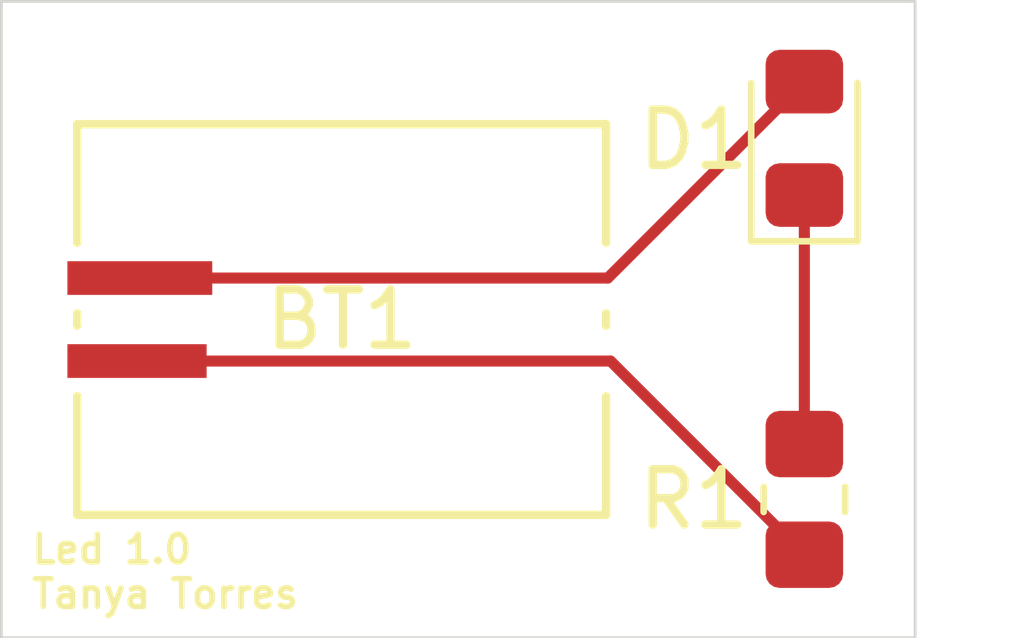
<source format=kicad_pcb>
(kicad_pcb (version 20240108) (generator "pcbnew") (generator_version "8.0")
  (title_block (title "Led") (date "2024-10-24") (rev "1.0") (company "Formula Slug"))
  (layers (0 "F.Cu" signal) (31 "B.Cu" signal) (34 "B.Paste" user) (35 "F.Paste" user) (36 "B.SilkS" user "B.Silkscreen") (37 "F.SilkS" user "F.Silkscreen") (38 "B.Mask" user) (39 "F.Mask" user) (44 "Edge.Cuts" user))
  (net 0 "")
  (net 1 "Net-(BT1--)")
  (net 2 "Net-(BT1-+)")
  (net 3 "Net-(D1-K)")
  (footprint "LED_SMD:LED_0805_2012Metric_Pad1.15x1.40mm_HandSolder" (layer "F.Cu") (at 37 22.975 90)
    (property "Reference" "D1" (at -0.025 -2 360) (layer "F.SilkS"))
    (property "Value" "LED")
    (fp_line (start 1 -0.96) (end -1.86 -0.96) (stroke (width 0.12)) (layer "F.SilkS"))
    (fp_line (start -1.86 -0.96) (end -1.86 0.96) (stroke (width 0.12)) (layer "F.SilkS"))
    (fp_line (start -1.86 0.96) (end 1 0.96) (stroke (width 0.12)) (layer "F.SilkS"))
    (pad "1" smd roundrect (at -1.025 0 90) (size 1.15 1.4) (layers "F.Cu" "F.Paste" "F.Mask") (roundrect_rratio 0.217391) (net 3 "Net-(D1-K)"))
    (pad "2" smd roundrect (at 1.025 0 90) (size 1.15 1.4) (layers "F.Cu" "F.Paste" "F.Mask") (roundrect_rratio 0.217391) (net 2 "Net-(BT1-+)"))
  )
  (footprint "FS_3_Global_Footprint_Library:MS621FE-FL11E_SEC" (layer "F.Cu") (at 28.6449 26.250001)
    (property "Reference" "BT1" (at 0 0 0) (layer "F.SilkS"))
    (property "Value" "Battery_Cell")
    (fp_line (start -4.7752 -3.5306) (end -4.7752 -1.387541) (stroke (width 0.1524)) (layer "F.SilkS"))
    (fp_line (start -4.7752 -0.112461) (end -4.7752 0.112461) (stroke (width 0.1524)) (layer "F.SilkS"))
    (fp_line (start -4.7752 1.387541) (end -4.7752 3.5306) (stroke (width 0.1524)) (layer "F.SilkS"))
    (fp_line (start -4.7752 3.5306) (end 4.7752 3.5306) (stroke (width 0.1524)) (layer "F.SilkS"))
    (fp_line (start 4.7752 -3.5306) (end -4.7752 -3.5306) (stroke (width 0.1524)) (layer "F.SilkS"))
    (fp_line (start 4.7752 -1.387541) (end 4.7752 -3.5306) (stroke (width 0.1524)) (layer "F.SilkS"))
    (fp_line (start 4.7752 0.112461) (end 4.7752 -0.112461) (stroke (width 0.1524)) (layer "F.SilkS"))
    (fp_line (start 4.7752 3.5306) (end 4.7752 1.387541) (stroke (width 0.1524)) (layer "F.SilkS"))
    (pad "1" smd rect (at -3.6449 -0.750001) (size 2.6162 0.6096) (layers "F.Cu" "F.Paste" "F.Mask") (net 2 "Net-(BT1-+)"))
    (pad "2" smd rect (at -3.6957 0.750001) (size 2.5146 0.6096) (layers "F.Cu" "F.Paste" "F.Mask") (net 1 "Net-(BT1--)"))
  )
  (footprint "Resistor_SMD:R_0805_2012Metric_Pad1.20x1.40mm_HandSolder" (layer "F.Cu") (at 37 29.5 -90)
    (property "Reference" "R1" (at 0 2 360) (layer "F.SilkS"))
    (property "Value" "R")
    (fp_line (start -0.227064 0.735) (end 0.227064 0.735) (stroke (width 0.12)) (layer "F.SilkS"))
    (fp_line (start -0.227064 -0.735) (end 0.227064 -0.735) (stroke (width 0.12)) (layer "F.SilkS"))
    (pad "1" smd roundrect (at -1 0 270) (size 1.2 1.4) (layers "F.Cu" "F.Paste" "F.Mask") (roundrect_rratio 0.208333) (net 3 "Net-(D1-K)"))
    (pad "2" smd roundrect (at 1 0 270) (size 1.2 1.4) (layers "F.Cu" "F.Paste" "F.Mask") (roundrect_rratio 0.208333) (net 1 "Net-(BT1--)"))
  )
  (gr_rect (start 22.5 20.5) (end 39 32) (stroke (width 0.05)) (fill none) (layer "Edge.Cuts"))
  (gr_text "Led 1.0\nTanya Torres\n" (at 23 31.5 0) (layer "F.SilkS") (effects (font (size 0.5 0.5) (thickness 0.1)) (justify left bottom)))
  (segment (start 24.9492 27.000002) (end 33.500002 27.000002) (width 0.2) (layer "F.Cu") (net 1))
  (segment (start 33.500002 27.000002) (end 37 30.5) (width 0.2) (layer "F.Cu") (net 1))
  (segment (start 33.45 25.5) (end 37 21.95) (width 0.2) (layer "F.Cu") (net 2))
  (segment (start 25 25.5) (end 33.45 25.5) (width 0.2) (layer "F.Cu") (net 2))
  (segment (start 37 28.5) (end 37 24) (width 0.2) (layer "F.Cu") (net 3))
)
</source>
